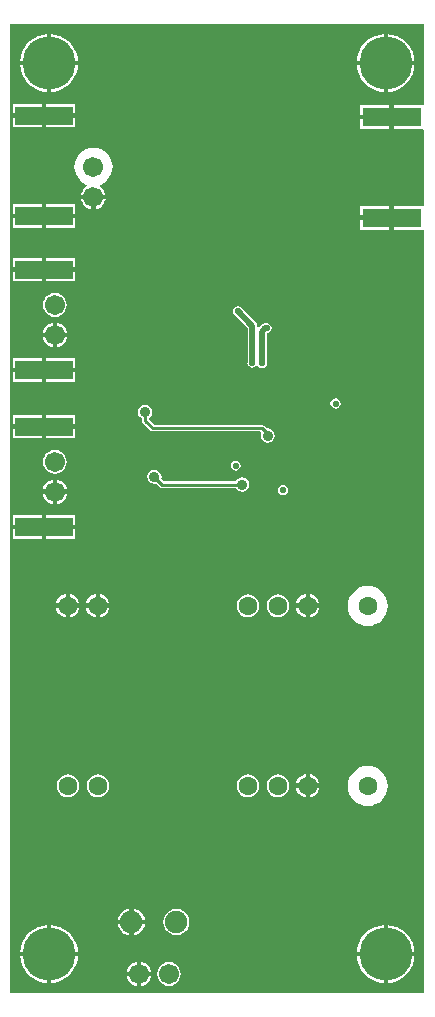
<source format=gbl>
G04 Layer_Physical_Order=4*
G04 Layer_Color=16711680*
%FSLAX23Y23*%
%MOIN*%
G70*
G01*
G75*
%ADD19R,0.193X0.063*%
%ADD30C,0.010*%
%ADD33C,0.020*%
%ADD38C,0.067*%
%ADD39C,0.075*%
%ADD40C,0.063*%
%ADD41C,0.177*%
%ADD42C,0.021*%
%ADD43C,0.035*%
G36*
X1391Y2970D02*
X1386Y2969D01*
X1386Y2969D01*
X1289D01*
Y2929D01*
Y2890D01*
X1386D01*
X1386Y2890D01*
X1391Y2888D01*
Y2636D01*
X1386Y2634D01*
X1386Y2634D01*
X1289D01*
Y2595D01*
Y2555D01*
X1386D01*
X1386Y2555D01*
X1391Y2554D01*
Y11D01*
X11D01*
Y3239D01*
X1391D01*
Y2970D01*
D02*
G37*
%LPC*%
G36*
X1270Y3206D02*
Y3118D01*
X1358D01*
X1357Y3129D01*
X1352Y3147D01*
X1343Y3164D01*
X1331Y3179D01*
X1316Y3191D01*
X1299Y3200D01*
X1281Y3205D01*
X1270Y3206D01*
D02*
G37*
G36*
X1255D02*
X1243Y3205D01*
X1225Y3200D01*
X1208Y3191D01*
X1193Y3179D01*
X1181Y3164D01*
X1172Y3147D01*
X1167Y3129D01*
X1166Y3118D01*
X1255D01*
Y3206D01*
D02*
G37*
G36*
X147D02*
Y3118D01*
X236D01*
X235Y3129D01*
X230Y3147D01*
X221Y3164D01*
X209Y3179D01*
X194Y3191D01*
X177Y3200D01*
X159Y3205D01*
X147Y3206D01*
D02*
G37*
G36*
X132D02*
X121Y3205D01*
X103Y3200D01*
X86Y3191D01*
X71Y3179D01*
X59Y3164D01*
X50Y3147D01*
X45Y3129D01*
X44Y3118D01*
X132D01*
Y3206D01*
D02*
G37*
G36*
X1358Y3102D02*
X1270D01*
Y3014D01*
X1281Y3015D01*
X1299Y3020D01*
X1316Y3029D01*
X1331Y3041D01*
X1343Y3056D01*
X1352Y3073D01*
X1357Y3091D01*
X1358Y3102D01*
D02*
G37*
G36*
X1255D02*
X1166D01*
X1167Y3091D01*
X1172Y3073D01*
X1181Y3056D01*
X1193Y3041D01*
X1208Y3029D01*
X1225Y3020D01*
X1243Y3015D01*
X1255Y3014D01*
Y3102D01*
D02*
G37*
G36*
X236D02*
X147D01*
Y3014D01*
X159Y3015D01*
X177Y3020D01*
X194Y3029D01*
X209Y3041D01*
X221Y3056D01*
X230Y3073D01*
X235Y3091D01*
X236Y3102D01*
D02*
G37*
G36*
X132D02*
X44D01*
X45Y3091D01*
X50Y3073D01*
X59Y3056D01*
X71Y3041D01*
X86Y3029D01*
X103Y3020D01*
X121Y3015D01*
X132Y3014D01*
Y3102D01*
D02*
G37*
G36*
X227Y2975D02*
X131D01*
Y2943D01*
X227D01*
Y2975D01*
D02*
G37*
G36*
X116D02*
X19D01*
Y2943D01*
X116D01*
Y2975D01*
D02*
G37*
G36*
X1274Y2969D02*
X1178D01*
Y2937D01*
X1274D01*
Y2969D01*
D02*
G37*
G36*
X227Y2928D02*
X131D01*
Y2896D01*
X227D01*
Y2928D01*
D02*
G37*
G36*
X116D02*
X19D01*
Y2896D01*
X116D01*
Y2928D01*
D02*
G37*
G36*
X1274Y2922D02*
X1178D01*
Y2890D01*
X1274D01*
Y2922D01*
D02*
G37*
G36*
X288Y2828D02*
X276Y2827D01*
X264Y2823D01*
X253Y2817D01*
X243Y2809D01*
X235Y2799D01*
X229Y2788D01*
X225Y2776D01*
X224Y2764D01*
X225Y2752D01*
X229Y2740D01*
X235Y2729D01*
X243Y2719D01*
X253Y2711D01*
X264Y2705D01*
X265Y2705D01*
X266Y2699D01*
X258Y2694D01*
X252Y2685D01*
X248Y2675D01*
X247Y2671D01*
X288D01*
X329D01*
X328Y2675D01*
X324Y2685D01*
X318Y2694D01*
X310Y2699D01*
X311Y2705D01*
X312Y2705D01*
X323Y2711D01*
X333Y2719D01*
X341Y2729D01*
X347Y2740D01*
X351Y2752D01*
X352Y2764D01*
X351Y2776D01*
X347Y2788D01*
X341Y2799D01*
X333Y2809D01*
X323Y2817D01*
X312Y2823D01*
X300Y2827D01*
X288Y2828D01*
D02*
G37*
G36*
X329Y2657D02*
X296D01*
Y2623D01*
X299Y2624D01*
X309Y2628D01*
X318Y2634D01*
X324Y2643D01*
X328Y2653D01*
X329Y2657D01*
D02*
G37*
G36*
X280D02*
X247D01*
X248Y2653D01*
X252Y2643D01*
X258Y2634D01*
X267Y2628D01*
X277Y2624D01*
X280Y2623D01*
Y2657D01*
D02*
G37*
G36*
X227Y2640D02*
X131D01*
Y2608D01*
X227D01*
Y2640D01*
D02*
G37*
G36*
X116D02*
X19D01*
Y2608D01*
X116D01*
Y2640D01*
D02*
G37*
G36*
X1274Y2634D02*
X1178D01*
Y2602D01*
X1274D01*
Y2634D01*
D02*
G37*
G36*
X227Y2593D02*
X131D01*
Y2561D01*
X227D01*
Y2593D01*
D02*
G37*
G36*
X116D02*
X19D01*
Y2561D01*
X116D01*
Y2593D01*
D02*
G37*
G36*
X1274Y2587D02*
X1178D01*
Y2555D01*
X1274D01*
Y2587D01*
D02*
G37*
G36*
X227Y2461D02*
X131D01*
Y2429D01*
X227D01*
Y2461D01*
D02*
G37*
G36*
X116D02*
X19D01*
Y2429D01*
X116D01*
Y2461D01*
D02*
G37*
G36*
X227Y2414D02*
X131D01*
Y2382D01*
X227D01*
Y2414D01*
D02*
G37*
G36*
X116D02*
X19D01*
Y2382D01*
X116D01*
Y2414D01*
D02*
G37*
G36*
X160Y2344D02*
X149Y2342D01*
X140Y2338D01*
X131Y2332D01*
X125Y2324D01*
X121Y2314D01*
X120Y2304D01*
X121Y2293D01*
X125Y2284D01*
X131Y2276D01*
X140Y2269D01*
X149Y2265D01*
X160Y2264D01*
X170Y2265D01*
X180Y2269D01*
X188Y2276D01*
X194Y2284D01*
X198Y2293D01*
X199Y2304D01*
X198Y2314D01*
X194Y2324D01*
X188Y2332D01*
X180Y2338D01*
X170Y2342D01*
X160Y2344D01*
D02*
G37*
G36*
X167Y2245D02*
Y2211D01*
X200D01*
X200Y2215D01*
X196Y2225D01*
X189Y2233D01*
X181Y2240D01*
X170Y2244D01*
X167Y2245D01*
D02*
G37*
G36*
X152D02*
X149Y2244D01*
X139Y2240D01*
X130Y2233D01*
X123Y2225D01*
X119Y2215D01*
X119Y2211D01*
X152D01*
Y2245D01*
D02*
G37*
G36*
X200Y2196D02*
X167D01*
Y2163D01*
X170Y2163D01*
X181Y2168D01*
X189Y2174D01*
X196Y2183D01*
X200Y2193D01*
X200Y2196D01*
D02*
G37*
G36*
X152D02*
X119D01*
X119Y2193D01*
X123Y2183D01*
X130Y2174D01*
X139Y2168D01*
X149Y2163D01*
X152Y2163D01*
Y2196D01*
D02*
G37*
G36*
X227Y2126D02*
X131D01*
Y2094D01*
X227D01*
Y2126D01*
D02*
G37*
G36*
X116D02*
X19D01*
Y2094D01*
X116D01*
Y2126D01*
D02*
G37*
G36*
X770Y2300D02*
X764Y2298D01*
X758Y2295D01*
X754Y2289D01*
X753Y2283D01*
X754Y2276D01*
X758Y2271D01*
X760Y2270D01*
X802Y2228D01*
Y2114D01*
X801Y2111D01*
X802Y2105D01*
X806Y2099D01*
X812Y2096D01*
X818Y2094D01*
X824Y2096D01*
X830Y2099D01*
X830Y2100D01*
X836D01*
X837Y2098D01*
X843Y2094D01*
X849Y2093D01*
X855Y2094D01*
X861Y2098D01*
X865Y2104D01*
X866Y2110D01*
X865Y2113D01*
Y2208D01*
X867Y2209D01*
X871Y2210D01*
X877Y2214D01*
X881Y2220D01*
X882Y2226D01*
X881Y2232D01*
X877Y2238D01*
X871Y2242D01*
X865Y2243D01*
X862Y2242D01*
X860D01*
X854Y2241D01*
X848Y2238D01*
X839Y2228D01*
X834Y2230D01*
Y2235D01*
X833Y2241D01*
X830Y2246D01*
X783Y2293D01*
X782Y2295D01*
X776Y2298D01*
X770Y2300D01*
D02*
G37*
G36*
X227Y2079D02*
X131D01*
Y2047D01*
X227D01*
Y2079D01*
D02*
G37*
G36*
X116D02*
X19D01*
Y2047D01*
X116D01*
Y2079D01*
D02*
G37*
G36*
X1095Y1992D02*
X1089Y1991D01*
X1083Y1987D01*
X1080Y1982D01*
X1078Y1975D01*
X1080Y1969D01*
X1083Y1963D01*
X1089Y1960D01*
X1095Y1958D01*
X1102Y1960D01*
X1107Y1963D01*
X1111Y1969D01*
X1112Y1975D01*
X1111Y1982D01*
X1107Y1987D01*
X1102Y1991D01*
X1095Y1992D01*
D02*
G37*
G36*
X227Y1938D02*
X131D01*
Y1906D01*
X227D01*
Y1938D01*
D02*
G37*
G36*
X116D02*
X19D01*
Y1906D01*
X116D01*
Y1938D01*
D02*
G37*
G36*
X227Y1891D02*
X131D01*
Y1859D01*
X227D01*
Y1891D01*
D02*
G37*
G36*
X116D02*
X19D01*
Y1859D01*
X116D01*
Y1891D01*
D02*
G37*
G36*
X460Y1971D02*
X451Y1969D01*
X443Y1964D01*
X438Y1956D01*
X436Y1947D01*
X438Y1938D01*
X443Y1930D01*
X449Y1926D01*
Y1918D01*
X449Y1918D01*
X450Y1914D01*
X452Y1910D01*
X477Y1885D01*
X477Y1885D01*
X481Y1883D01*
X485Y1882D01*
X844D01*
X847Y1878D01*
X847Y1877D01*
X845Y1868D01*
X847Y1859D01*
X852Y1851D01*
X860Y1846D01*
X869Y1844D01*
X878Y1846D01*
X886Y1851D01*
X891Y1859D01*
X893Y1868D01*
X891Y1877D01*
X886Y1885D01*
X878Y1890D01*
X869Y1892D01*
X867Y1892D01*
X858Y1901D01*
X854Y1903D01*
X850Y1904D01*
X850Y1904D01*
X490D01*
X472Y1922D01*
X473Y1927D01*
X477Y1930D01*
X482Y1938D01*
X484Y1947D01*
X482Y1956D01*
X477Y1964D01*
X469Y1969D01*
X460Y1971D01*
D02*
G37*
G36*
X762Y1785D02*
X756Y1784D01*
X750Y1780D01*
X746Y1774D01*
X745Y1768D01*
X746Y1762D01*
X750Y1756D01*
X756Y1752D01*
X762Y1751D01*
X768Y1752D01*
X774Y1756D01*
X778Y1762D01*
X779Y1768D01*
X778Y1774D01*
X774Y1780D01*
X768Y1784D01*
X762Y1785D01*
D02*
G37*
G36*
X160Y1821D02*
X149Y1819D01*
X140Y1815D01*
X131Y1809D01*
X125Y1801D01*
X121Y1791D01*
X120Y1781D01*
X121Y1771D01*
X125Y1761D01*
X131Y1753D01*
X140Y1747D01*
X149Y1743D01*
X160Y1741D01*
X170Y1743D01*
X180Y1747D01*
X188Y1753D01*
X194Y1761D01*
X198Y1771D01*
X199Y1781D01*
X198Y1791D01*
X194Y1801D01*
X188Y1809D01*
X180Y1815D01*
X170Y1819D01*
X160Y1821D01*
D02*
G37*
G36*
X167Y1722D02*
Y1689D01*
X200D01*
X200Y1692D01*
X196Y1702D01*
X189Y1711D01*
X181Y1717D01*
X170Y1721D01*
X167Y1722D01*
D02*
G37*
G36*
X152D02*
X149Y1721D01*
X139Y1717D01*
X130Y1711D01*
X123Y1702D01*
X119Y1692D01*
X119Y1689D01*
X152D01*
Y1722D01*
D02*
G37*
G36*
X491Y1755D02*
X482Y1753D01*
X474Y1748D01*
X469Y1740D01*
X467Y1731D01*
X469Y1722D01*
X474Y1714D01*
X482Y1709D01*
X491Y1707D01*
X498Y1708D01*
X509Y1697D01*
X509Y1697D01*
X513Y1695D01*
X517Y1694D01*
X517Y1694D01*
X763D01*
X767Y1688D01*
X775Y1683D01*
X784Y1681D01*
X793Y1683D01*
X801Y1688D01*
X806Y1696D01*
X808Y1705D01*
X806Y1714D01*
X801Y1722D01*
X793Y1727D01*
X784Y1729D01*
X775Y1727D01*
X767Y1722D01*
X763Y1716D01*
X522D01*
X514Y1724D01*
X515Y1731D01*
X513Y1740D01*
X508Y1748D01*
X500Y1753D01*
X491Y1755D01*
D02*
G37*
G36*
X920Y1703D02*
X914Y1702D01*
X908Y1698D01*
X904Y1692D01*
X903Y1686D01*
X904Y1680D01*
X908Y1674D01*
X914Y1670D01*
X920Y1669D01*
X926Y1670D01*
X932Y1674D01*
X936Y1680D01*
X937Y1686D01*
X936Y1692D01*
X932Y1698D01*
X926Y1702D01*
X920Y1703D01*
D02*
G37*
G36*
X152Y1673D02*
X119D01*
X119Y1670D01*
X123Y1660D01*
X130Y1651D01*
X139Y1645D01*
X149Y1641D01*
X152Y1640D01*
Y1673D01*
D02*
G37*
G36*
X200D02*
X167D01*
Y1640D01*
X170Y1641D01*
X181Y1645D01*
X189Y1651D01*
X196Y1660D01*
X200Y1670D01*
X200Y1673D01*
D02*
G37*
G36*
X227Y1603D02*
X131D01*
Y1571D01*
X227D01*
Y1603D01*
D02*
G37*
G36*
X116D02*
X19D01*
Y1571D01*
X116D01*
Y1603D01*
D02*
G37*
G36*
X227Y1556D02*
X131D01*
Y1524D01*
X227D01*
Y1556D01*
D02*
G37*
G36*
X116D02*
X19D01*
Y1524D01*
X116D01*
Y1556D01*
D02*
G37*
G36*
X1010Y1340D02*
Y1309D01*
X1041D01*
X1041Y1311D01*
X1037Y1321D01*
X1031Y1329D01*
X1022Y1336D01*
X1013Y1339D01*
X1010Y1340D01*
D02*
G37*
G36*
X995D02*
X992Y1339D01*
X983Y1336D01*
X974Y1329D01*
X968Y1321D01*
X964Y1311D01*
X964Y1309D01*
X995D01*
Y1340D01*
D02*
G37*
G36*
X310D02*
Y1309D01*
X341D01*
X341Y1311D01*
X337Y1321D01*
X331Y1329D01*
X322Y1336D01*
X313Y1339D01*
X310Y1340D01*
D02*
G37*
G36*
X210D02*
Y1309D01*
X241D01*
X241Y1311D01*
X237Y1321D01*
X231Y1329D01*
X222Y1336D01*
X213Y1339D01*
X210Y1340D01*
D02*
G37*
G36*
X295D02*
X292Y1339D01*
X283Y1336D01*
X274Y1329D01*
X268Y1321D01*
X264Y1311D01*
X264Y1309D01*
X295D01*
Y1340D01*
D02*
G37*
G36*
X195D02*
X192Y1339D01*
X183Y1336D01*
X174Y1329D01*
X168Y1321D01*
X164Y1311D01*
X164Y1309D01*
X195D01*
Y1340D01*
D02*
G37*
G36*
X902Y1339D02*
X893Y1338D01*
X884Y1334D01*
X876Y1328D01*
X870Y1320D01*
X866Y1311D01*
X865Y1301D01*
X866Y1291D01*
X870Y1282D01*
X876Y1274D01*
X884Y1268D01*
X893Y1264D01*
X902Y1263D01*
X912Y1264D01*
X921Y1268D01*
X929Y1274D01*
X935Y1282D01*
X939Y1291D01*
X940Y1301D01*
X939Y1311D01*
X935Y1320D01*
X929Y1328D01*
X921Y1334D01*
X912Y1338D01*
X902Y1339D01*
D02*
G37*
G36*
X802D02*
X793Y1338D01*
X784Y1334D01*
X776Y1328D01*
X770Y1320D01*
X766Y1311D01*
X765Y1301D01*
X766Y1291D01*
X770Y1282D01*
X776Y1274D01*
X784Y1268D01*
X793Y1264D01*
X802Y1263D01*
X812Y1264D01*
X821Y1268D01*
X829Y1274D01*
X835Y1282D01*
X839Y1291D01*
X840Y1301D01*
X839Y1311D01*
X835Y1320D01*
X829Y1328D01*
X821Y1334D01*
X812Y1338D01*
X802Y1339D01*
D02*
G37*
G36*
X341Y1293D02*
X310D01*
Y1262D01*
X313Y1263D01*
X322Y1266D01*
X331Y1273D01*
X337Y1281D01*
X341Y1291D01*
X341Y1293D01*
D02*
G37*
G36*
X241D02*
X210D01*
Y1262D01*
X213Y1263D01*
X222Y1266D01*
X231Y1273D01*
X237Y1281D01*
X241Y1291D01*
X241Y1293D01*
D02*
G37*
G36*
X995Y1293D02*
X964D01*
X964Y1291D01*
X968Y1281D01*
X974Y1273D01*
X983Y1266D01*
X992Y1263D01*
X995Y1262D01*
Y1293D01*
D02*
G37*
G36*
X1041D02*
X1010D01*
Y1262D01*
X1013Y1263D01*
X1022Y1266D01*
X1031Y1273D01*
X1037Y1281D01*
X1041Y1291D01*
X1041Y1293D01*
D02*
G37*
G36*
X295Y1293D02*
X264D01*
X264Y1291D01*
X268Y1281D01*
X274Y1273D01*
X283Y1266D01*
X292Y1263D01*
X295Y1262D01*
Y1293D01*
D02*
G37*
G36*
X195D02*
X164D01*
X164Y1291D01*
X168Y1281D01*
X174Y1273D01*
X183Y1266D01*
X192Y1263D01*
X195Y1262D01*
Y1293D01*
D02*
G37*
G36*
X1202Y1368D02*
X1189Y1367D01*
X1177Y1363D01*
X1165Y1357D01*
X1155Y1348D01*
X1147Y1338D01*
X1141Y1327D01*
X1137Y1314D01*
X1136Y1301D01*
X1137Y1288D01*
X1141Y1275D01*
X1147Y1264D01*
X1155Y1254D01*
X1165Y1245D01*
X1177Y1239D01*
X1189Y1235D01*
X1202Y1234D01*
X1216Y1235D01*
X1228Y1239D01*
X1240Y1245D01*
X1250Y1254D01*
X1258Y1264D01*
X1264Y1275D01*
X1268Y1288D01*
X1269Y1301D01*
X1268Y1314D01*
X1264Y1327D01*
X1258Y1338D01*
X1250Y1348D01*
X1240Y1357D01*
X1228Y1363D01*
X1216Y1367D01*
X1202Y1368D01*
D02*
G37*
G36*
X1010Y740D02*
Y709D01*
X1041D01*
X1041Y711D01*
X1037Y721D01*
X1031Y729D01*
X1022Y735D01*
X1013Y739D01*
X1010Y740D01*
D02*
G37*
G36*
X995D02*
X992Y739D01*
X983Y735D01*
X974Y729D01*
X968Y721D01*
X964Y711D01*
X964Y709D01*
X995D01*
Y740D01*
D02*
G37*
G36*
X902Y739D02*
X893Y738D01*
X884Y734D01*
X876Y728D01*
X870Y720D01*
X866Y711D01*
X865Y701D01*
X866Y691D01*
X870Y682D01*
X876Y674D01*
X884Y668D01*
X893Y664D01*
X902Y663D01*
X912Y664D01*
X921Y668D01*
X929Y674D01*
X935Y682D01*
X939Y691D01*
X940Y701D01*
X939Y711D01*
X935Y720D01*
X929Y728D01*
X921Y734D01*
X912Y738D01*
X902Y739D01*
D02*
G37*
G36*
X802D02*
X793Y738D01*
X784Y734D01*
X776Y728D01*
X770Y720D01*
X766Y711D01*
X765Y701D01*
X766Y691D01*
X770Y682D01*
X776Y674D01*
X784Y668D01*
X793Y664D01*
X802Y663D01*
X812Y664D01*
X821Y668D01*
X829Y674D01*
X835Y682D01*
X839Y691D01*
X840Y701D01*
X839Y711D01*
X835Y720D01*
X829Y728D01*
X821Y734D01*
X812Y738D01*
X802Y739D01*
D02*
G37*
G36*
X302D02*
X293Y738D01*
X284Y734D01*
X276Y728D01*
X270Y720D01*
X266Y711D01*
X265Y701D01*
X266Y691D01*
X270Y682D01*
X276Y674D01*
X284Y668D01*
X293Y664D01*
X302Y663D01*
X312Y664D01*
X321Y668D01*
X329Y674D01*
X335Y682D01*
X339Y691D01*
X340Y701D01*
X339Y711D01*
X335Y720D01*
X329Y728D01*
X321Y734D01*
X312Y738D01*
X302Y739D01*
D02*
G37*
G36*
X202D02*
X193Y738D01*
X184Y734D01*
X176Y728D01*
X170Y720D01*
X166Y711D01*
X165Y701D01*
X166Y691D01*
X170Y682D01*
X176Y674D01*
X184Y668D01*
X193Y664D01*
X202Y663D01*
X212Y664D01*
X221Y668D01*
X229Y674D01*
X235Y682D01*
X239Y691D01*
X240Y701D01*
X239Y711D01*
X235Y720D01*
X229Y728D01*
X221Y734D01*
X212Y738D01*
X202Y739D01*
D02*
G37*
G36*
X1041Y693D02*
X1010D01*
Y662D01*
X1013Y663D01*
X1022Y666D01*
X1031Y673D01*
X1037Y681D01*
X1041Y691D01*
X1041Y693D01*
D02*
G37*
G36*
X995D02*
X964D01*
X964Y691D01*
X968Y681D01*
X974Y673D01*
X983Y666D01*
X992Y663D01*
X995Y662D01*
Y693D01*
D02*
G37*
G36*
X1202Y768D02*
X1189Y767D01*
X1177Y763D01*
X1165Y757D01*
X1155Y748D01*
X1147Y738D01*
X1141Y727D01*
X1137Y714D01*
X1136Y701D01*
X1137Y688D01*
X1141Y675D01*
X1147Y664D01*
X1155Y654D01*
X1165Y645D01*
X1177Y639D01*
X1189Y635D01*
X1202Y634D01*
X1216Y635D01*
X1228Y639D01*
X1240Y645D01*
X1250Y654D01*
X1258Y664D01*
X1264Y675D01*
X1268Y688D01*
X1269Y701D01*
X1268Y714D01*
X1264Y727D01*
X1258Y738D01*
X1250Y748D01*
X1240Y757D01*
X1228Y763D01*
X1216Y767D01*
X1202Y768D01*
D02*
G37*
G36*
X422Y292D02*
Y255D01*
X459D01*
X459Y259D01*
X454Y270D01*
X447Y279D01*
X437Y287D01*
X426Y291D01*
X422Y292D01*
D02*
G37*
G36*
X407D02*
X403Y291D01*
X391Y287D01*
X382Y279D01*
X375Y270D01*
X370Y259D01*
X370Y255D01*
X407D01*
Y292D01*
D02*
G37*
G36*
X564Y291D02*
X553Y289D01*
X542Y285D01*
X533Y278D01*
X526Y269D01*
X522Y258D01*
X521Y247D01*
X522Y236D01*
X526Y225D01*
X533Y216D01*
X542Y209D01*
X553Y205D01*
X564Y203D01*
X576Y205D01*
X586Y209D01*
X595Y216D01*
X602Y225D01*
X607Y236D01*
X608Y247D01*
X607Y258D01*
X602Y269D01*
X595Y278D01*
X586Y285D01*
X576Y289D01*
X564Y291D01*
D02*
G37*
G36*
X459Y240D02*
X422D01*
Y202D01*
X426Y203D01*
X437Y207D01*
X447Y215D01*
X454Y224D01*
X459Y235D01*
X459Y240D01*
D02*
G37*
G36*
X407D02*
X370D01*
X370Y235D01*
X375Y224D01*
X382Y215D01*
X391Y207D01*
X403Y203D01*
X407Y202D01*
Y240D01*
D02*
G37*
G36*
X1270Y236D02*
Y147D01*
X1358D01*
X1357Y159D01*
X1352Y177D01*
X1343Y194D01*
X1331Y209D01*
X1316Y221D01*
X1299Y230D01*
X1281Y235D01*
X1270Y236D01*
D02*
G37*
G36*
X1255D02*
X1243Y235D01*
X1225Y230D01*
X1208Y221D01*
X1193Y209D01*
X1181Y194D01*
X1172Y177D01*
X1167Y159D01*
X1166Y147D01*
X1255D01*
Y236D01*
D02*
G37*
G36*
X147D02*
Y147D01*
X236D01*
X235Y159D01*
X230Y177D01*
X221Y194D01*
X209Y209D01*
X194Y221D01*
X177Y230D01*
X159Y235D01*
X147Y236D01*
D02*
G37*
G36*
X132D02*
X121Y235D01*
X103Y230D01*
X86Y221D01*
X71Y209D01*
X59Y194D01*
X50Y177D01*
X45Y159D01*
X44Y147D01*
X132D01*
Y236D01*
D02*
G37*
G36*
X447Y115D02*
Y81D01*
X481D01*
X480Y85D01*
X476Y95D01*
X470Y103D01*
X461Y110D01*
X451Y114D01*
X447Y115D01*
D02*
G37*
G36*
X433D02*
X429Y114D01*
X419Y110D01*
X410Y103D01*
X404Y95D01*
X400Y85D01*
X399Y81D01*
X433D01*
Y115D01*
D02*
G37*
G36*
X1358Y132D02*
X1270D01*
Y44D01*
X1281Y45D01*
X1299Y50D01*
X1316Y59D01*
X1331Y71D01*
X1343Y86D01*
X1352Y103D01*
X1357Y121D01*
X1358Y132D01*
D02*
G37*
G36*
X1255D02*
X1166D01*
X1167Y121D01*
X1172Y103D01*
X1181Y86D01*
X1193Y71D01*
X1208Y59D01*
X1225Y50D01*
X1243Y45D01*
X1255Y44D01*
Y132D01*
D02*
G37*
G36*
X236D02*
X147D01*
Y44D01*
X159Y45D01*
X177Y50D01*
X194Y59D01*
X209Y71D01*
X221Y86D01*
X230Y103D01*
X235Y121D01*
X236Y132D01*
D02*
G37*
G36*
X132D02*
X44D01*
X45Y121D01*
X50Y103D01*
X59Y86D01*
X71Y71D01*
X86Y59D01*
X103Y50D01*
X121Y45D01*
X132Y44D01*
Y132D01*
D02*
G37*
G36*
X540Y114D02*
X530Y112D01*
X520Y108D01*
X512Y102D01*
X506Y94D01*
X502Y84D01*
X500Y74D01*
X502Y63D01*
X506Y54D01*
X512Y46D01*
X520Y39D01*
X530Y35D01*
X540Y34D01*
X550Y35D01*
X560Y39D01*
X568Y46D01*
X574Y54D01*
X578Y63D01*
X580Y74D01*
X578Y84D01*
X574Y94D01*
X568Y102D01*
X560Y108D01*
X550Y112D01*
X540Y114D01*
D02*
G37*
G36*
X481Y66D02*
X447D01*
Y33D01*
X451Y33D01*
X461Y38D01*
X470Y44D01*
X476Y53D01*
X480Y63D01*
X481Y66D01*
D02*
G37*
G36*
X433D02*
X399D01*
X400Y63D01*
X404Y53D01*
X410Y44D01*
X419Y38D01*
X429Y33D01*
X433Y33D01*
Y66D01*
D02*
G37*
%LPD*%
D19*
X1282Y2929D02*
D03*
Y2595D02*
D03*
X123Y2935D02*
D03*
Y2601D02*
D03*
Y2421D02*
D03*
Y2087D02*
D03*
Y1898D02*
D03*
Y1564D02*
D03*
D30*
X460Y1918D02*
Y1947D01*
Y1918D02*
X485Y1893D01*
X850D01*
X869Y1874D01*
Y1868D02*
Y1874D01*
X491Y1731D02*
X517Y1705D01*
X784D01*
D33*
X849Y2215D02*
X860Y2226D01*
X770Y2283D02*
X818Y2235D01*
X860Y2226D02*
X865D01*
X849Y2110D02*
Y2215D01*
X818Y2111D02*
Y2235D01*
D38*
X440Y74D02*
D03*
X540D02*
D03*
X288Y2764D02*
D03*
Y2664D02*
D03*
X160Y2304D02*
D03*
Y2204D02*
D03*
Y1781D02*
D03*
Y1681D02*
D03*
D39*
X564Y247D02*
D03*
X414D02*
D03*
D40*
X802Y1301D02*
D03*
X202D02*
D03*
X302D02*
D03*
X902D02*
D03*
X1002D02*
D03*
X202Y701D02*
D03*
X302D02*
D03*
X802D02*
D03*
X902D02*
D03*
X1002D02*
D03*
X1202Y1301D02*
D03*
Y701D02*
D03*
D41*
X140Y140D02*
D03*
X1262D02*
D03*
Y3110D02*
D03*
X140D02*
D03*
D42*
X1339Y3027D02*
D03*
Y2227D02*
D03*
Y1827D02*
D03*
Y1427D02*
D03*
Y1027D02*
D03*
Y627D02*
D03*
Y227D02*
D03*
X1139Y3027D02*
D03*
Y2627D02*
D03*
X1239Y2427D02*
D03*
X1139Y2227D02*
D03*
X1239Y2027D02*
D03*
X1139Y1827D02*
D03*
X1239Y1627D02*
D03*
X1139Y627D02*
D03*
X1239Y427D02*
D03*
X1139Y227D02*
D03*
X939Y3027D02*
D03*
X1039Y2427D02*
D03*
X939Y2227D02*
D03*
X1039Y2027D02*
D03*
Y1627D02*
D03*
Y1227D02*
D03*
Y827D02*
D03*
X939Y627D02*
D03*
X1039Y427D02*
D03*
X939Y227D02*
D03*
X739Y3027D02*
D03*
Y2627D02*
D03*
Y2227D02*
D03*
X839Y2027D02*
D03*
Y1627D02*
D03*
X739Y1427D02*
D03*
Y1027D02*
D03*
Y627D02*
D03*
X539Y3027D02*
D03*
Y2627D02*
D03*
Y2227D02*
D03*
X639Y2027D02*
D03*
X539Y1827D02*
D03*
Y1427D02*
D03*
X639Y1227D02*
D03*
X539Y1027D02*
D03*
X639Y827D02*
D03*
X539Y627D02*
D03*
X639Y427D02*
D03*
X339Y3027D02*
D03*
Y2627D02*
D03*
X439Y2427D02*
D03*
X339Y1827D02*
D03*
X439Y1627D02*
D03*
X339Y1427D02*
D03*
X439Y1227D02*
D03*
X339Y1027D02*
D03*
X439Y827D02*
D03*
X339Y227D02*
D03*
X239Y2427D02*
D03*
Y2027D02*
D03*
Y1627D02*
D03*
X139Y1427D02*
D03*
X239Y1227D02*
D03*
X139Y1027D02*
D03*
X239Y827D02*
D03*
X139Y627D02*
D03*
X239Y427D02*
D03*
X292Y2838D02*
D03*
X261D02*
D03*
X231Y2829D02*
D03*
X203Y2815D02*
D03*
X172D02*
D03*
X141D02*
D03*
X111Y2822D02*
D03*
X80Y2823D02*
D03*
X49D02*
D03*
X45Y2713D02*
D03*
X76D02*
D03*
X107D02*
D03*
X137Y2721D02*
D03*
X168D02*
D03*
X199D02*
D03*
X228Y2710D02*
D03*
X347Y2711D02*
D03*
X376Y2721D02*
D03*
X406Y2714D02*
D03*
X437Y2707D02*
D03*
X468Y2708D02*
D03*
X474Y2828D02*
D03*
X443Y2829D02*
D03*
X412Y2825D02*
D03*
X383Y2815D02*
D03*
X352Y2818D02*
D03*
X327Y2837D02*
D03*
X770Y2283D02*
D03*
X920Y1686D02*
D03*
X762Y1768D02*
D03*
X865Y2226D02*
D03*
X849Y2110D02*
D03*
X818Y2111D02*
D03*
X1095Y1975D02*
D03*
X892Y2833D02*
D03*
X917Y2815D02*
D03*
X947Y2809D02*
D03*
X978D02*
D03*
X1009D02*
D03*
X1040D02*
D03*
X1071D02*
D03*
X1102D02*
D03*
X1133D02*
D03*
X1164D02*
D03*
X1195D02*
D03*
X1226D02*
D03*
X1257D02*
D03*
X1288Y2815D02*
D03*
X1319Y2817D02*
D03*
X1350D02*
D03*
X1366Y2707D02*
D03*
X1335D02*
D03*
X1304D02*
D03*
X1274Y2715D02*
D03*
X1243D02*
D03*
X1212D02*
D03*
X1181D02*
D03*
X1150D02*
D03*
X1119D02*
D03*
X1088D02*
D03*
X1057D02*
D03*
X1026D02*
D03*
X995D02*
D03*
X964D02*
D03*
X933D02*
D03*
X922Y2686D02*
D03*
Y2655D02*
D03*
Y2624D02*
D03*
Y2593D02*
D03*
Y2562D02*
D03*
Y2531D02*
D03*
X936Y2503D02*
D03*
X937Y2472D02*
D03*
Y2441D02*
D03*
Y2410D02*
D03*
X929Y2380D02*
D03*
X902Y2365D02*
D03*
X871Y2364D02*
D03*
X840D02*
D03*
X810Y2373D02*
D03*
X786Y2392D02*
D03*
X761Y2373D02*
D03*
X732Y2364D02*
D03*
X701D02*
D03*
X670Y2365D02*
D03*
X648Y2308D02*
D03*
X618Y2299D02*
D03*
X587D02*
D03*
X556Y2300D02*
D03*
X530Y2318D02*
D03*
X524Y2348D02*
D03*
Y2379D02*
D03*
X525Y2410D02*
D03*
X524Y2441D02*
D03*
Y2472D02*
D03*
X532Y2502D02*
D03*
X558Y2518D02*
D03*
X589Y2519D02*
D03*
X620D02*
D03*
X651Y2524D02*
D03*
X681Y2532D02*
D03*
X712D02*
D03*
X743Y2532D02*
D03*
X769Y2515D02*
D03*
X800Y2512D02*
D03*
X810Y2541D02*
D03*
Y2572D02*
D03*
X814Y2819D02*
D03*
X841Y2834D02*
D03*
X686Y2836D02*
D03*
X716Y2833D02*
D03*
X747Y2835D02*
D03*
X778Y2832D02*
D03*
X739Y2702D02*
D03*
X708Y2707D02*
D03*
X696Y2679D02*
D03*
X686Y2649D02*
D03*
X603Y2653D02*
D03*
X596Y2683D02*
D03*
X638Y2838D02*
D03*
X559Y2699D02*
D03*
X529Y2707D02*
D03*
X498D02*
D03*
X508Y2829D02*
D03*
X538Y2832D02*
D03*
X569Y2838D02*
D03*
X600D02*
D03*
D43*
X460Y1947D02*
D03*
X869Y1868D02*
D03*
X491Y1731D02*
D03*
X784Y1705D02*
D03*
M02*

</source>
